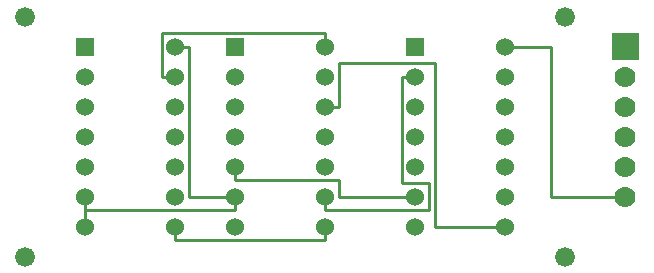
<source format=gbr>
G04 start of page 7 for group 5 idx 5 *
G04 Title: (unknown), bottom *
G04 Creator: pcb 20140316 *
G04 CreationDate: Mon 05 Jul 2021 10:39:17 PM GMT UTC *
G04 For: steve *
G04 Format: Gerber/RS-274X *
G04 PCB-Dimensions (mil): 2200.00 1000.00 *
G04 PCB-Coordinate-Origin: lower left *
%MOIN*%
%FSLAX25Y25*%
%LNBOTTOM*%
%ADD55C,0.0380*%
%ADD54C,0.0280*%
%ADD53C,0.0300*%
%ADD52C,0.0660*%
%ADD51C,0.0700*%
%ADD50C,0.0600*%
%ADD49C,0.0001*%
%ADD48C,0.0100*%
G54D48*X110000Y84500D02*Y80000D01*
X110000Y84500D02*X55500D01*
Y70000D01*
X60000Y70000D02*X55500D01*
X64500Y80000D02*X60000D01*
X140000Y70000D02*X135500D01*
X64500Y80000D02*Y30000D01*
X146500Y74500D02*X114500D01*
Y60000D01*
X114500Y60000D02*X110000D01*
X114500Y35500D02*Y30000D01*
X114500Y35500D02*X80000D01*
Y40000D02*Y35500D01*
X185200Y80000D02*X170000D01*
X185200D02*Y30000D01*
X210000Y30000D02*X185200D01*
X135500Y70000D02*Y34500D01*
X144500Y34500D02*X135500D01*
X144500D02*Y25500D01*
X170000Y20000D02*X146500D01*
Y74500D02*Y20000D01*
X80000Y30000D02*X64500D01*
X80000D02*Y25500D01*
X60000Y20000D02*Y15500D01*
X110000Y15500D02*X60000D01*
X30000Y30000D02*Y25500D01*
Y30000D02*Y20000D01*
X80000Y25500D02*X30000D01*
X144500D02*X110000D01*
Y20000D02*Y15500D01*
Y30000D02*Y25500D01*
X140000Y30000D02*X114500D01*
G54D49*G36*
X137000Y83000D02*Y77000D01*
X143000D01*
Y83000D01*
X137000D01*
G37*
G54D50*X140000Y70000D03*
Y60000D03*
Y50000D03*
G54D49*G36*
X205500Y84500D02*Y75500D01*
X214500D01*
Y84500D01*
X205500D01*
G37*
G54D51*X210000Y70000D03*
Y60000D03*
Y50000D03*
Y40000D03*
Y30000D03*
G54D50*X140000Y40000D03*
Y30000D03*
Y20000D03*
X170000D03*
Y30000D03*
Y40000D03*
Y50000D03*
Y60000D03*
Y70000D03*
Y80000D03*
G54D49*G36*
X27000Y83000D02*Y77000D01*
X33000D01*
Y83000D01*
X27000D01*
G37*
G54D50*X30000Y70000D03*
Y60000D03*
Y50000D03*
X60000Y60000D03*
X80000D03*
X60000Y70000D03*
Y80000D03*
G54D49*G36*
X77000Y83000D02*Y77000D01*
X83000D01*
Y83000D01*
X77000D01*
G37*
G54D50*X80000Y70000D03*
X30000Y40000D03*
Y30000D03*
Y20000D03*
X60000D03*
Y30000D03*
Y40000D03*
Y50000D03*
X80000D03*
Y40000D03*
Y30000D03*
Y20000D03*
X110000D03*
Y30000D03*
Y40000D03*
Y50000D03*
Y60000D03*
Y70000D03*
Y80000D03*
G54D52*X190000Y90000D03*
Y10000D03*
X10000D03*
Y90000D03*
G54D53*G54D54*G54D55*G54D54*M02*

</source>
